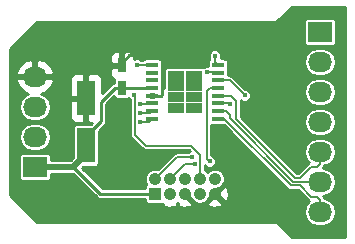
<source format=gtl>
G04 #@! TF.FileFunction,Copper,L1,Top,Signal*
%FSLAX46Y46*%
G04 Gerber Fmt 4.6, Leading zero omitted, Abs format (unit mm)*
G04 Created by KiCad (PCBNEW (2016-11-25 revision 30df041)-master) date Sun Nov 27 00:56:35 2016*
%MOMM*%
%LPD*%
G01*
G04 APERTURE LIST*
%ADD10C,0.100000*%
%ADD11R,1.501140X2.999740*%
%ADD12R,0.750000X1.200000*%
%ADD13O,2.032000X1.727200*%
%ADD14R,2.032000X1.727200*%
%ADD15R,1.050000X0.450000*%
%ADD16R,1.470000X0.895000*%
%ADD17C,1.050000*%
%ADD18R,1.050000X1.050000*%
%ADD19C,0.800000*%
%ADD20C,0.400000*%
%ADD21C,0.250000*%
%ADD22C,0.500000*%
%ADD23C,0.152400*%
%ADD24C,0.254000*%
G04 APERTURE END LIST*
D10*
D11*
X140208000Y-99601020D03*
X140208000Y-103598980D03*
D12*
X143256000Y-98740000D03*
X143256000Y-96840000D03*
D13*
X160020000Y-109220000D03*
X160020000Y-106680000D03*
X160020000Y-104140000D03*
X160020000Y-101600000D03*
X160020000Y-99060000D03*
X160020000Y-96520000D03*
D14*
X160020000Y-93980000D03*
X135890000Y-105410000D03*
D13*
X135890000Y-102870000D03*
X135890000Y-100330000D03*
X135890000Y-97790000D03*
D15*
X151365000Y-101335000D03*
X151365000Y-100685000D03*
X151365000Y-100035000D03*
X151365000Y-99385000D03*
X151365000Y-98735000D03*
X151365000Y-98085000D03*
X151365000Y-97435000D03*
X151365000Y-96785000D03*
X145815000Y-96785000D03*
X145815000Y-97435000D03*
X145815000Y-98085000D03*
X145815000Y-98735000D03*
X145815000Y-99385000D03*
X145815000Y-100035000D03*
X145815000Y-100685000D03*
X145815000Y-101335000D03*
D16*
X147855000Y-97717500D03*
X147855000Y-98612500D03*
X147855000Y-99507500D03*
X147855000Y-100402500D03*
X149325000Y-97717500D03*
X149325000Y-98612500D03*
X149325000Y-99507500D03*
X149325000Y-100402500D03*
D17*
X146050000Y-106426000D03*
X151130000Y-106426000D03*
X149860000Y-106426000D03*
X148590000Y-106426000D03*
X147320000Y-106426000D03*
X151130000Y-107696000D03*
X149860000Y-107696000D03*
X148590000Y-107696000D03*
X147320000Y-107696000D03*
D18*
X146050000Y-107696000D03*
D19*
X142747996Y-100520500D03*
D20*
X144272000Y-99314000D03*
X144526000Y-96774000D03*
X144780000Y-100076000D03*
X144780000Y-100838000D03*
X144780000Y-101600000D03*
X151130000Y-96012000D03*
X150460002Y-97409000D03*
X149161500Y-104584500D03*
X153670000Y-99377500D03*
X150685500Y-104965500D03*
X149415500Y-105156000D03*
X152400000Y-100076000D03*
D21*
X145815000Y-99385000D02*
X146590000Y-99385000D01*
X146590000Y-99385000D02*
X146665001Y-99309999D01*
X143256000Y-96615000D02*
X143256000Y-96840000D01*
X146665001Y-99309999D02*
X146665001Y-96299999D01*
X146665001Y-96299999D02*
X146355002Y-95990000D01*
X146355002Y-95990000D02*
X143881000Y-95990000D01*
X143881000Y-95990000D02*
X143256000Y-96615000D01*
X143256000Y-98740000D02*
X145810000Y-98740000D01*
X145810000Y-98740000D02*
X145815000Y-98735000D01*
X146050000Y-107696000D02*
X141432280Y-107696000D01*
X141432280Y-107696000D02*
X139146280Y-105410000D01*
D22*
X139146280Y-105410000D02*
X135890000Y-105410000D01*
X140208000Y-103598980D02*
X140208000Y-104348280D01*
X140208000Y-104348280D02*
X139146280Y-105410000D01*
D21*
X141478000Y-99893000D02*
X141478000Y-101579680D01*
X141478000Y-101579680D02*
X140208000Y-102849680D01*
X140208000Y-102849680D02*
X140208000Y-103598980D01*
X143256000Y-98740000D02*
X142631000Y-98740000D01*
X142631000Y-98740000D02*
X141478000Y-99893000D01*
D23*
X145288000Y-103632000D02*
X144351399Y-102695399D01*
X144351399Y-102695399D02*
X144351399Y-99393399D01*
X144351399Y-99393399D02*
X144272000Y-99314000D01*
X149098000Y-103632000D02*
X145288000Y-103632000D01*
X149860000Y-104394000D02*
X149098000Y-103632000D01*
X149860000Y-106426000D02*
X149860000Y-104394000D01*
X144526000Y-96774000D02*
X145804000Y-96774000D01*
X145804000Y-96774000D02*
X145815000Y-96785000D01*
X144780000Y-100076000D02*
X145774000Y-100076000D01*
X145774000Y-100076000D02*
X145815000Y-100035000D01*
X144780000Y-100838000D02*
X145662000Y-100838000D01*
X145662000Y-100838000D02*
X145815000Y-100685000D01*
X144780000Y-101600000D02*
X145550000Y-101600000D01*
X145550000Y-101600000D02*
X145815000Y-101335000D01*
X157937190Y-106375190D02*
X152955601Y-101393601D01*
X152470330Y-99385000D02*
X152042400Y-99385000D01*
X152042400Y-99385000D02*
X151365000Y-99385000D01*
X152955601Y-101393601D02*
X152955601Y-99870271D01*
X152955601Y-99870271D02*
X152470330Y-99385000D01*
X158292810Y-106375190D02*
X157937190Y-106375190D01*
X159766000Y-105410000D02*
X159258000Y-105410000D01*
X159258000Y-105410000D02*
X158292810Y-106375190D01*
X160020000Y-104140000D02*
X160020000Y-105156000D01*
X160020000Y-105156000D02*
X159766000Y-105410000D01*
X152400000Y-101321334D02*
X152400000Y-101042600D01*
X152400000Y-101042600D02*
X152042400Y-100685000D01*
X152042400Y-100685000D02*
X151365000Y-100685000D01*
X157758666Y-106680000D02*
X152400000Y-101321334D01*
X160020000Y-106680000D02*
X157758666Y-106680000D01*
X160020000Y-109220000D02*
X160020000Y-108204000D01*
X160020000Y-108204000D02*
X159766000Y-107950000D01*
X159766000Y-107950000D02*
X159258000Y-107950000D01*
X159258000Y-107950000D02*
X158292810Y-106984810D01*
X158292810Y-106984810D02*
X157530809Y-106984809D01*
X157530809Y-106984809D02*
X151892000Y-101346000D01*
X151892000Y-101346000D02*
X151376000Y-101346000D01*
X151376000Y-101346000D02*
X151365000Y-101335000D01*
X151130000Y-96012000D02*
X151130000Y-96550000D01*
X151130000Y-96550000D02*
X151365000Y-96785000D01*
X150460002Y-97409000D02*
X151339000Y-97409000D01*
X151339000Y-97409000D02*
X151365000Y-97435000D01*
X148878658Y-104584500D02*
X149161500Y-104584500D01*
X147891500Y-104584500D02*
X148878658Y-104584500D01*
X146050000Y-106426000D02*
X147891500Y-104584500D01*
X153470001Y-99177501D02*
X153670000Y-99377500D01*
X152377500Y-98085000D02*
X153470001Y-99177501D01*
X151365000Y-98085000D02*
X152377500Y-98085000D01*
X150485501Y-104765501D02*
X150685500Y-104965500D01*
X150422001Y-104702001D02*
X150485501Y-104765501D01*
X150422001Y-99000599D02*
X150422001Y-104702001D01*
X150687600Y-98735000D02*
X150422001Y-99000599D01*
X151365000Y-98735000D02*
X150687600Y-98735000D01*
X149132658Y-105156000D02*
X149415500Y-105156000D01*
X147320000Y-106426000D02*
X148590000Y-105156000D01*
X148590000Y-105156000D02*
X149132658Y-105156000D01*
X151365000Y-100035000D02*
X152359000Y-100035000D01*
X152359000Y-100035000D02*
X152400000Y-100076000D01*
D24*
G36*
X162133000Y-111333000D02*
X157656869Y-111333000D01*
X156511935Y-110188065D01*
X156373406Y-110095503D01*
X156210000Y-110062999D01*
X156209995Y-110063000D01*
X136066869Y-110063000D01*
X133777000Y-107773130D01*
X133777000Y-104546400D01*
X134540594Y-104546400D01*
X134540594Y-106273600D01*
X134565973Y-106401189D01*
X134638246Y-106509354D01*
X134746411Y-106581627D01*
X134874000Y-106607006D01*
X136906000Y-106607006D01*
X137033589Y-106581627D01*
X137141754Y-106509354D01*
X137214027Y-106401189D01*
X137239406Y-106273600D01*
X137239406Y-105987000D01*
X139084056Y-105987000D01*
X141112668Y-108015612D01*
X141259307Y-108113594D01*
X141432280Y-108148000D01*
X145191594Y-108148000D01*
X145191594Y-108221000D01*
X145216973Y-108348589D01*
X145289246Y-108456754D01*
X145397411Y-108529027D01*
X145525000Y-108554406D01*
X146509298Y-108554406D01*
X146575250Y-108620358D01*
X146657640Y-108537968D01*
X146696146Y-108530309D01*
X146731575Y-108721962D01*
X147168985Y-108869046D01*
X147629386Y-108837543D01*
X147908425Y-108721962D01*
X147945794Y-108519814D01*
X147955000Y-108510608D01*
X147964206Y-108519814D01*
X148001575Y-108721962D01*
X148438985Y-108869046D01*
X148899386Y-108837543D01*
X149178425Y-108721962D01*
X149218667Y-108504273D01*
X148590000Y-107875605D01*
X148575858Y-107889748D01*
X148490102Y-107803992D01*
X148476270Y-107601840D01*
X148575858Y-107502253D01*
X148590000Y-107516395D01*
X148604142Y-107502252D01*
X148783748Y-107681858D01*
X148769605Y-107696000D01*
X149056801Y-107983195D01*
X149137288Y-108177989D01*
X149376750Y-108417870D01*
X149689783Y-108547852D01*
X150028730Y-108548148D01*
X150134915Y-108504273D01*
X150501333Y-108504273D01*
X150541575Y-108721962D01*
X150978985Y-108869046D01*
X151439386Y-108837543D01*
X151718425Y-108721962D01*
X151758667Y-108504273D01*
X151130000Y-107875605D01*
X150501333Y-108504273D01*
X150134915Y-108504273D01*
X150341989Y-108418712D01*
X150581870Y-108179250D01*
X150663335Y-107983060D01*
X150950395Y-107696000D01*
X151309605Y-107696000D01*
X151938273Y-108324667D01*
X152155962Y-108284425D01*
X152303046Y-107847015D01*
X152271543Y-107386614D01*
X152155962Y-107107575D01*
X151938273Y-107067333D01*
X151309605Y-107696000D01*
X150950395Y-107696000D01*
X150936252Y-107681858D01*
X151115858Y-107502253D01*
X151130000Y-107516395D01*
X151417195Y-107229199D01*
X151611989Y-107148712D01*
X151851870Y-106909250D01*
X151981852Y-106596217D01*
X151982148Y-106257270D01*
X151852712Y-105944011D01*
X151613250Y-105704130D01*
X151300217Y-105574148D01*
X150961270Y-105573852D01*
X150648011Y-105703288D01*
X150494943Y-105856089D01*
X150343250Y-105704130D01*
X150263200Y-105670891D01*
X150263200Y-105288405D01*
X150386588Y-105412009D01*
X150580213Y-105492409D01*
X150789867Y-105492592D01*
X150983632Y-105412530D01*
X151132009Y-105264412D01*
X151212409Y-105070787D01*
X151212592Y-104861133D01*
X151132530Y-104667368D01*
X150984412Y-104518991D01*
X150825201Y-104452881D01*
X150825201Y-101890462D01*
X150840000Y-101893406D01*
X151869196Y-101893406D01*
X157245703Y-107269914D01*
X157376511Y-107357317D01*
X157530808Y-107388009D01*
X158125800Y-107388010D01*
X158972895Y-108235106D01*
X159093169Y-108315470D01*
X158999408Y-108378119D01*
X158741318Y-108764377D01*
X158650689Y-109220000D01*
X158741318Y-109675623D01*
X158999408Y-110061881D01*
X159385666Y-110319971D01*
X159841289Y-110410600D01*
X160198711Y-110410600D01*
X160654334Y-110319971D01*
X161040592Y-110061881D01*
X161298682Y-109675623D01*
X161389311Y-109220000D01*
X161298682Y-108764377D01*
X161040592Y-108378119D01*
X160654334Y-108120029D01*
X160396287Y-108068700D01*
X160392508Y-108049702D01*
X160325889Y-107950000D01*
X160305105Y-107918894D01*
X160247171Y-107860961D01*
X160654334Y-107779971D01*
X161040592Y-107521881D01*
X161298682Y-107135623D01*
X161389311Y-106680000D01*
X161298682Y-106224377D01*
X161040592Y-105838119D01*
X160654334Y-105580029D01*
X160247171Y-105499039D01*
X160305105Y-105441106D01*
X160392508Y-105310298D01*
X160396287Y-105291300D01*
X160654334Y-105239971D01*
X161040592Y-104981881D01*
X161298682Y-104595623D01*
X161389311Y-104140000D01*
X161298682Y-103684377D01*
X161040592Y-103298119D01*
X160654334Y-103040029D01*
X160198711Y-102949400D01*
X159841289Y-102949400D01*
X159385666Y-103040029D01*
X158999408Y-103298119D01*
X158741318Y-103684377D01*
X158650689Y-104140000D01*
X158741318Y-104595623D01*
X158999408Y-104981881D01*
X159093169Y-105044530D01*
X158972895Y-105124894D01*
X158125800Y-105971990D01*
X158104201Y-105971990D01*
X153732211Y-101600000D01*
X158650689Y-101600000D01*
X158741318Y-102055623D01*
X158999408Y-102441881D01*
X159385666Y-102699971D01*
X159841289Y-102790600D01*
X160198711Y-102790600D01*
X160654334Y-102699971D01*
X161040592Y-102441881D01*
X161298682Y-102055623D01*
X161389311Y-101600000D01*
X161298682Y-101144377D01*
X161040592Y-100758119D01*
X160654334Y-100500029D01*
X160198711Y-100409400D01*
X159841289Y-100409400D01*
X159385666Y-100500029D01*
X158999408Y-100758119D01*
X158741318Y-101144377D01*
X158650689Y-101600000D01*
X153732211Y-101600000D01*
X153358801Y-101226591D01*
X153358801Y-99870271D01*
X153344251Y-99797125D01*
X153371088Y-99824009D01*
X153564713Y-99904409D01*
X153774367Y-99904592D01*
X153968132Y-99824530D01*
X154116509Y-99676412D01*
X154196909Y-99482787D01*
X154197092Y-99273133D01*
X154117030Y-99079368D01*
X154097696Y-99060000D01*
X158650689Y-99060000D01*
X158741318Y-99515623D01*
X158999408Y-99901881D01*
X159385666Y-100159971D01*
X159841289Y-100250600D01*
X160198711Y-100250600D01*
X160654334Y-100159971D01*
X161040592Y-99901881D01*
X161298682Y-99515623D01*
X161389311Y-99060000D01*
X161298682Y-98604377D01*
X161040592Y-98218119D01*
X160654334Y-97960029D01*
X160198711Y-97869400D01*
X159841289Y-97869400D01*
X159385666Y-97960029D01*
X158999408Y-98218119D01*
X158741318Y-98604377D01*
X158650689Y-99060000D01*
X154097696Y-99060000D01*
X153968912Y-98930991D01*
X153775287Y-98850591D01*
X153713248Y-98850537D01*
X152662605Y-97799895D01*
X152531798Y-97712492D01*
X152522286Y-97710600D01*
X152377500Y-97681800D01*
X152219070Y-97681800D01*
X152223406Y-97660000D01*
X152223406Y-97210000D01*
X152203515Y-97110000D01*
X152223406Y-97010000D01*
X152223406Y-96560000D01*
X152215450Y-96520000D01*
X158650689Y-96520000D01*
X158741318Y-96975623D01*
X158999408Y-97361881D01*
X159385666Y-97619971D01*
X159841289Y-97710600D01*
X160198711Y-97710600D01*
X160654334Y-97619971D01*
X161040592Y-97361881D01*
X161298682Y-96975623D01*
X161389311Y-96520000D01*
X161298682Y-96064377D01*
X161040592Y-95678119D01*
X160654334Y-95420029D01*
X160198711Y-95329400D01*
X159841289Y-95329400D01*
X159385666Y-95420029D01*
X158999408Y-95678119D01*
X158741318Y-96064377D01*
X158650689Y-96520000D01*
X152215450Y-96520000D01*
X152198027Y-96432411D01*
X152125754Y-96324246D01*
X152017589Y-96251973D01*
X151890000Y-96226594D01*
X151611521Y-96226594D01*
X151656909Y-96117287D01*
X151657092Y-95907633D01*
X151577030Y-95713868D01*
X151428912Y-95565491D01*
X151235287Y-95485091D01*
X151025633Y-95484908D01*
X150831868Y-95564970D01*
X150683491Y-95713088D01*
X150603091Y-95906713D01*
X150602908Y-96116367D01*
X150670508Y-96279972D01*
X150604246Y-96324246D01*
X150531973Y-96432411D01*
X150506594Y-96560000D01*
X150506594Y-96882040D01*
X150355635Y-96881908D01*
X150170223Y-96958519D01*
X150060000Y-96936594D01*
X147120000Y-96936594D01*
X146992411Y-96961973D01*
X146884246Y-97034246D01*
X146811973Y-97142411D01*
X146786594Y-97270000D01*
X146786594Y-98708569D01*
X146699698Y-98621673D01*
X146673406Y-98610782D01*
X146673406Y-98510000D01*
X146653515Y-98410000D01*
X146673406Y-98310000D01*
X146673406Y-97860000D01*
X146653515Y-97760000D01*
X146673406Y-97660000D01*
X146673406Y-97210000D01*
X146653515Y-97110000D01*
X146673406Y-97010000D01*
X146673406Y-96560000D01*
X146648027Y-96432411D01*
X146575754Y-96324246D01*
X146467589Y-96251973D01*
X146340000Y-96226594D01*
X145290000Y-96226594D01*
X145162411Y-96251973D01*
X145054246Y-96324246D01*
X145023140Y-96370800D01*
X144868145Y-96370800D01*
X144824912Y-96327491D01*
X144631287Y-96247091D01*
X144421633Y-96246908D01*
X144266000Y-96311214D01*
X144266000Y-96113691D01*
X144169327Y-95880302D01*
X143990699Y-95701673D01*
X143757310Y-95605000D01*
X143541750Y-95605000D01*
X143383000Y-95763750D01*
X143383000Y-96713000D01*
X143403000Y-96713000D01*
X143403000Y-96967000D01*
X143383000Y-96967000D01*
X143383000Y-96987000D01*
X143129000Y-96987000D01*
X143129000Y-96967000D01*
X142404750Y-96967000D01*
X142246000Y-97125750D01*
X142246000Y-97566309D01*
X142342673Y-97799698D01*
X142521301Y-97978327D01*
X142579609Y-98002479D01*
X142572973Y-98012411D01*
X142547594Y-98140000D01*
X142547594Y-98304590D01*
X142458027Y-98322406D01*
X142311388Y-98420388D01*
X141593570Y-99138206D01*
X141593570Y-97974841D01*
X141496897Y-97741452D01*
X141318269Y-97562823D01*
X141084880Y-97466150D01*
X140493750Y-97466150D01*
X140335000Y-97624900D01*
X140335000Y-99474020D01*
X140355000Y-99474020D01*
X140355000Y-99728020D01*
X140335000Y-99728020D01*
X140335000Y-101577140D01*
X140493750Y-101735890D01*
X140682566Y-101735890D01*
X140652752Y-101765704D01*
X139457430Y-101765704D01*
X139329841Y-101791083D01*
X139221676Y-101863356D01*
X139149403Y-101971521D01*
X139124024Y-102099110D01*
X139124024Y-104616254D01*
X138907278Y-104833000D01*
X137239406Y-104833000D01*
X137239406Y-104546400D01*
X137214027Y-104418811D01*
X137141754Y-104310646D01*
X137033589Y-104238373D01*
X136906000Y-104212994D01*
X134874000Y-104212994D01*
X134746411Y-104238373D01*
X134638246Y-104310646D01*
X134565973Y-104418811D01*
X134540594Y-104546400D01*
X133777000Y-104546400D01*
X133777000Y-102870000D01*
X134520689Y-102870000D01*
X134611318Y-103325623D01*
X134869408Y-103711881D01*
X135255666Y-103969971D01*
X135711289Y-104060600D01*
X136068711Y-104060600D01*
X136524334Y-103969971D01*
X136910592Y-103711881D01*
X137168682Y-103325623D01*
X137259311Y-102870000D01*
X137168682Y-102414377D01*
X136910592Y-102028119D01*
X136524334Y-101770029D01*
X136068711Y-101679400D01*
X135711289Y-101679400D01*
X135255666Y-101770029D01*
X134869408Y-102028119D01*
X134611318Y-102414377D01*
X134520689Y-102870000D01*
X133777000Y-102870000D01*
X133777000Y-98149026D01*
X134282642Y-98149026D01*
X134285291Y-98164791D01*
X134539268Y-98692036D01*
X134975680Y-99081954D01*
X135347039Y-99211854D01*
X135255666Y-99230029D01*
X134869408Y-99488119D01*
X134611318Y-99874377D01*
X134520689Y-100330000D01*
X134611318Y-100785623D01*
X134869408Y-101171881D01*
X135255666Y-101429971D01*
X135711289Y-101520600D01*
X136068711Y-101520600D01*
X136524334Y-101429971D01*
X136910592Y-101171881D01*
X137168682Y-100785623D01*
X137259311Y-100330000D01*
X137171148Y-99886770D01*
X138822430Y-99886770D01*
X138822430Y-101227199D01*
X138919103Y-101460588D01*
X139097731Y-101639217D01*
X139331120Y-101735890D01*
X139922250Y-101735890D01*
X140081000Y-101577140D01*
X140081000Y-99728020D01*
X138981180Y-99728020D01*
X138822430Y-99886770D01*
X137171148Y-99886770D01*
X137168682Y-99874377D01*
X136910592Y-99488119D01*
X136524334Y-99230029D01*
X136432961Y-99211854D01*
X136804320Y-99081954D01*
X137240732Y-98692036D01*
X137494709Y-98164791D01*
X137497358Y-98149026D01*
X137406416Y-97974841D01*
X138822430Y-97974841D01*
X138822430Y-99315270D01*
X138981180Y-99474020D01*
X140081000Y-99474020D01*
X140081000Y-97624900D01*
X139922250Y-97466150D01*
X139331120Y-97466150D01*
X139097731Y-97562823D01*
X138919103Y-97741452D01*
X138822430Y-97974841D01*
X137406416Y-97974841D01*
X137376217Y-97917000D01*
X136017000Y-97917000D01*
X136017000Y-97937000D01*
X135763000Y-97937000D01*
X135763000Y-97917000D01*
X134403783Y-97917000D01*
X134282642Y-98149026D01*
X133777000Y-98149026D01*
X133777000Y-97430974D01*
X134282642Y-97430974D01*
X134403783Y-97663000D01*
X135763000Y-97663000D01*
X135763000Y-96449076D01*
X136017000Y-96449076D01*
X136017000Y-97663000D01*
X137376217Y-97663000D01*
X137497358Y-97430974D01*
X137494709Y-97415209D01*
X137240732Y-96887964D01*
X136804320Y-96498046D01*
X136251913Y-96304816D01*
X136017000Y-96449076D01*
X135763000Y-96449076D01*
X135528087Y-96304816D01*
X134975680Y-96498046D01*
X134539268Y-96887964D01*
X134285291Y-97415209D01*
X134282642Y-97430974D01*
X133777000Y-97430974D01*
X133777000Y-96113691D01*
X142246000Y-96113691D01*
X142246000Y-96554250D01*
X142404750Y-96713000D01*
X143129000Y-96713000D01*
X143129000Y-95763750D01*
X142970250Y-95605000D01*
X142754690Y-95605000D01*
X142521301Y-95701673D01*
X142342673Y-95880302D01*
X142246000Y-96113691D01*
X133777000Y-96113691D01*
X133777000Y-95426870D01*
X136066869Y-93137000D01*
X156209995Y-93137000D01*
X156210000Y-93137001D01*
X156313566Y-93116400D01*
X158670594Y-93116400D01*
X158670594Y-94843600D01*
X158695973Y-94971189D01*
X158768246Y-95079354D01*
X158876411Y-95151627D01*
X159004000Y-95177006D01*
X161036000Y-95177006D01*
X161163589Y-95151627D01*
X161271754Y-95079354D01*
X161344027Y-94971189D01*
X161369406Y-94843600D01*
X161369406Y-93116400D01*
X161344027Y-92988811D01*
X161271754Y-92880646D01*
X161163589Y-92808373D01*
X161036000Y-92782994D01*
X159004000Y-92782994D01*
X158876411Y-92808373D01*
X158768246Y-92880646D01*
X158695973Y-92988811D01*
X158670594Y-93116400D01*
X156313566Y-93116400D01*
X156373406Y-93104497D01*
X156511935Y-93011935D01*
X157656869Y-91867000D01*
X162133000Y-91867000D01*
X162133000Y-111333000D01*
X162133000Y-111333000D01*
G37*
X162133000Y-111333000D02*
X157656869Y-111333000D01*
X156511935Y-110188065D01*
X156373406Y-110095503D01*
X156210000Y-110062999D01*
X156209995Y-110063000D01*
X136066869Y-110063000D01*
X133777000Y-107773130D01*
X133777000Y-104546400D01*
X134540594Y-104546400D01*
X134540594Y-106273600D01*
X134565973Y-106401189D01*
X134638246Y-106509354D01*
X134746411Y-106581627D01*
X134874000Y-106607006D01*
X136906000Y-106607006D01*
X137033589Y-106581627D01*
X137141754Y-106509354D01*
X137214027Y-106401189D01*
X137239406Y-106273600D01*
X137239406Y-105987000D01*
X139084056Y-105987000D01*
X141112668Y-108015612D01*
X141259307Y-108113594D01*
X141432280Y-108148000D01*
X145191594Y-108148000D01*
X145191594Y-108221000D01*
X145216973Y-108348589D01*
X145289246Y-108456754D01*
X145397411Y-108529027D01*
X145525000Y-108554406D01*
X146509298Y-108554406D01*
X146575250Y-108620358D01*
X146657640Y-108537968D01*
X146696146Y-108530309D01*
X146731575Y-108721962D01*
X147168985Y-108869046D01*
X147629386Y-108837543D01*
X147908425Y-108721962D01*
X147945794Y-108519814D01*
X147955000Y-108510608D01*
X147964206Y-108519814D01*
X148001575Y-108721962D01*
X148438985Y-108869046D01*
X148899386Y-108837543D01*
X149178425Y-108721962D01*
X149218667Y-108504273D01*
X148590000Y-107875605D01*
X148575858Y-107889748D01*
X148490102Y-107803992D01*
X148476270Y-107601840D01*
X148575858Y-107502253D01*
X148590000Y-107516395D01*
X148604142Y-107502252D01*
X148783748Y-107681858D01*
X148769605Y-107696000D01*
X149056801Y-107983195D01*
X149137288Y-108177989D01*
X149376750Y-108417870D01*
X149689783Y-108547852D01*
X150028730Y-108548148D01*
X150134915Y-108504273D01*
X150501333Y-108504273D01*
X150541575Y-108721962D01*
X150978985Y-108869046D01*
X151439386Y-108837543D01*
X151718425Y-108721962D01*
X151758667Y-108504273D01*
X151130000Y-107875605D01*
X150501333Y-108504273D01*
X150134915Y-108504273D01*
X150341989Y-108418712D01*
X150581870Y-108179250D01*
X150663335Y-107983060D01*
X150950395Y-107696000D01*
X151309605Y-107696000D01*
X151938273Y-108324667D01*
X152155962Y-108284425D01*
X152303046Y-107847015D01*
X152271543Y-107386614D01*
X152155962Y-107107575D01*
X151938273Y-107067333D01*
X151309605Y-107696000D01*
X150950395Y-107696000D01*
X150936252Y-107681858D01*
X151115858Y-107502253D01*
X151130000Y-107516395D01*
X151417195Y-107229199D01*
X151611989Y-107148712D01*
X151851870Y-106909250D01*
X151981852Y-106596217D01*
X151982148Y-106257270D01*
X151852712Y-105944011D01*
X151613250Y-105704130D01*
X151300217Y-105574148D01*
X150961270Y-105573852D01*
X150648011Y-105703288D01*
X150494943Y-105856089D01*
X150343250Y-105704130D01*
X150263200Y-105670891D01*
X150263200Y-105288405D01*
X150386588Y-105412009D01*
X150580213Y-105492409D01*
X150789867Y-105492592D01*
X150983632Y-105412530D01*
X151132009Y-105264412D01*
X151212409Y-105070787D01*
X151212592Y-104861133D01*
X151132530Y-104667368D01*
X150984412Y-104518991D01*
X150825201Y-104452881D01*
X150825201Y-101890462D01*
X150840000Y-101893406D01*
X151869196Y-101893406D01*
X157245703Y-107269914D01*
X157376511Y-107357317D01*
X157530808Y-107388009D01*
X158125800Y-107388010D01*
X158972895Y-108235106D01*
X159093169Y-108315470D01*
X158999408Y-108378119D01*
X158741318Y-108764377D01*
X158650689Y-109220000D01*
X158741318Y-109675623D01*
X158999408Y-110061881D01*
X159385666Y-110319971D01*
X159841289Y-110410600D01*
X160198711Y-110410600D01*
X160654334Y-110319971D01*
X161040592Y-110061881D01*
X161298682Y-109675623D01*
X161389311Y-109220000D01*
X161298682Y-108764377D01*
X161040592Y-108378119D01*
X160654334Y-108120029D01*
X160396287Y-108068700D01*
X160392508Y-108049702D01*
X160325889Y-107950000D01*
X160305105Y-107918894D01*
X160247171Y-107860961D01*
X160654334Y-107779971D01*
X161040592Y-107521881D01*
X161298682Y-107135623D01*
X161389311Y-106680000D01*
X161298682Y-106224377D01*
X161040592Y-105838119D01*
X160654334Y-105580029D01*
X160247171Y-105499039D01*
X160305105Y-105441106D01*
X160392508Y-105310298D01*
X160396287Y-105291300D01*
X160654334Y-105239971D01*
X161040592Y-104981881D01*
X161298682Y-104595623D01*
X161389311Y-104140000D01*
X161298682Y-103684377D01*
X161040592Y-103298119D01*
X160654334Y-103040029D01*
X160198711Y-102949400D01*
X159841289Y-102949400D01*
X159385666Y-103040029D01*
X158999408Y-103298119D01*
X158741318Y-103684377D01*
X158650689Y-104140000D01*
X158741318Y-104595623D01*
X158999408Y-104981881D01*
X159093169Y-105044530D01*
X158972895Y-105124894D01*
X158125800Y-105971990D01*
X158104201Y-105971990D01*
X153732211Y-101600000D01*
X158650689Y-101600000D01*
X158741318Y-102055623D01*
X158999408Y-102441881D01*
X159385666Y-102699971D01*
X159841289Y-102790600D01*
X160198711Y-102790600D01*
X160654334Y-102699971D01*
X161040592Y-102441881D01*
X161298682Y-102055623D01*
X161389311Y-101600000D01*
X161298682Y-101144377D01*
X161040592Y-100758119D01*
X160654334Y-100500029D01*
X160198711Y-100409400D01*
X159841289Y-100409400D01*
X159385666Y-100500029D01*
X158999408Y-100758119D01*
X158741318Y-101144377D01*
X158650689Y-101600000D01*
X153732211Y-101600000D01*
X153358801Y-101226591D01*
X153358801Y-99870271D01*
X153344251Y-99797125D01*
X153371088Y-99824009D01*
X153564713Y-99904409D01*
X153774367Y-99904592D01*
X153968132Y-99824530D01*
X154116509Y-99676412D01*
X154196909Y-99482787D01*
X154197092Y-99273133D01*
X154117030Y-99079368D01*
X154097696Y-99060000D01*
X158650689Y-99060000D01*
X158741318Y-99515623D01*
X158999408Y-99901881D01*
X159385666Y-100159971D01*
X159841289Y-100250600D01*
X160198711Y-100250600D01*
X160654334Y-100159971D01*
X161040592Y-99901881D01*
X161298682Y-99515623D01*
X161389311Y-99060000D01*
X161298682Y-98604377D01*
X161040592Y-98218119D01*
X160654334Y-97960029D01*
X160198711Y-97869400D01*
X159841289Y-97869400D01*
X159385666Y-97960029D01*
X158999408Y-98218119D01*
X158741318Y-98604377D01*
X158650689Y-99060000D01*
X154097696Y-99060000D01*
X153968912Y-98930991D01*
X153775287Y-98850591D01*
X153713248Y-98850537D01*
X152662605Y-97799895D01*
X152531798Y-97712492D01*
X152522286Y-97710600D01*
X152377500Y-97681800D01*
X152219070Y-97681800D01*
X152223406Y-97660000D01*
X152223406Y-97210000D01*
X152203515Y-97110000D01*
X152223406Y-97010000D01*
X152223406Y-96560000D01*
X152215450Y-96520000D01*
X158650689Y-96520000D01*
X158741318Y-96975623D01*
X158999408Y-97361881D01*
X159385666Y-97619971D01*
X159841289Y-97710600D01*
X160198711Y-97710600D01*
X160654334Y-97619971D01*
X161040592Y-97361881D01*
X161298682Y-96975623D01*
X161389311Y-96520000D01*
X161298682Y-96064377D01*
X161040592Y-95678119D01*
X160654334Y-95420029D01*
X160198711Y-95329400D01*
X159841289Y-95329400D01*
X159385666Y-95420029D01*
X158999408Y-95678119D01*
X158741318Y-96064377D01*
X158650689Y-96520000D01*
X152215450Y-96520000D01*
X152198027Y-96432411D01*
X152125754Y-96324246D01*
X152017589Y-96251973D01*
X151890000Y-96226594D01*
X151611521Y-96226594D01*
X151656909Y-96117287D01*
X151657092Y-95907633D01*
X151577030Y-95713868D01*
X151428912Y-95565491D01*
X151235287Y-95485091D01*
X151025633Y-95484908D01*
X150831868Y-95564970D01*
X150683491Y-95713088D01*
X150603091Y-95906713D01*
X150602908Y-96116367D01*
X150670508Y-96279972D01*
X150604246Y-96324246D01*
X150531973Y-96432411D01*
X150506594Y-96560000D01*
X150506594Y-96882040D01*
X150355635Y-96881908D01*
X150170223Y-96958519D01*
X150060000Y-96936594D01*
X147120000Y-96936594D01*
X146992411Y-96961973D01*
X146884246Y-97034246D01*
X146811973Y-97142411D01*
X146786594Y-97270000D01*
X146786594Y-98708569D01*
X146699698Y-98621673D01*
X146673406Y-98610782D01*
X146673406Y-98510000D01*
X146653515Y-98410000D01*
X146673406Y-98310000D01*
X146673406Y-97860000D01*
X146653515Y-97760000D01*
X146673406Y-97660000D01*
X146673406Y-97210000D01*
X146653515Y-97110000D01*
X146673406Y-97010000D01*
X146673406Y-96560000D01*
X146648027Y-96432411D01*
X146575754Y-96324246D01*
X146467589Y-96251973D01*
X146340000Y-96226594D01*
X145290000Y-96226594D01*
X145162411Y-96251973D01*
X145054246Y-96324246D01*
X145023140Y-96370800D01*
X144868145Y-96370800D01*
X144824912Y-96327491D01*
X144631287Y-96247091D01*
X144421633Y-96246908D01*
X144266000Y-96311214D01*
X144266000Y-96113691D01*
X144169327Y-95880302D01*
X143990699Y-95701673D01*
X143757310Y-95605000D01*
X143541750Y-95605000D01*
X143383000Y-95763750D01*
X143383000Y-96713000D01*
X143403000Y-96713000D01*
X143403000Y-96967000D01*
X143383000Y-96967000D01*
X143383000Y-96987000D01*
X143129000Y-96987000D01*
X143129000Y-96967000D01*
X142404750Y-96967000D01*
X142246000Y-97125750D01*
X142246000Y-97566309D01*
X142342673Y-97799698D01*
X142521301Y-97978327D01*
X142579609Y-98002479D01*
X142572973Y-98012411D01*
X142547594Y-98140000D01*
X142547594Y-98304590D01*
X142458027Y-98322406D01*
X142311388Y-98420388D01*
X141593570Y-99138206D01*
X141593570Y-97974841D01*
X141496897Y-97741452D01*
X141318269Y-97562823D01*
X141084880Y-97466150D01*
X140493750Y-97466150D01*
X140335000Y-97624900D01*
X140335000Y-99474020D01*
X140355000Y-99474020D01*
X140355000Y-99728020D01*
X140335000Y-99728020D01*
X140335000Y-101577140D01*
X140493750Y-101735890D01*
X140682566Y-101735890D01*
X140652752Y-101765704D01*
X139457430Y-101765704D01*
X139329841Y-101791083D01*
X139221676Y-101863356D01*
X139149403Y-101971521D01*
X139124024Y-102099110D01*
X139124024Y-104616254D01*
X138907278Y-104833000D01*
X137239406Y-104833000D01*
X137239406Y-104546400D01*
X137214027Y-104418811D01*
X137141754Y-104310646D01*
X137033589Y-104238373D01*
X136906000Y-104212994D01*
X134874000Y-104212994D01*
X134746411Y-104238373D01*
X134638246Y-104310646D01*
X134565973Y-104418811D01*
X134540594Y-104546400D01*
X133777000Y-104546400D01*
X133777000Y-102870000D01*
X134520689Y-102870000D01*
X134611318Y-103325623D01*
X134869408Y-103711881D01*
X135255666Y-103969971D01*
X135711289Y-104060600D01*
X136068711Y-104060600D01*
X136524334Y-103969971D01*
X136910592Y-103711881D01*
X137168682Y-103325623D01*
X137259311Y-102870000D01*
X137168682Y-102414377D01*
X136910592Y-102028119D01*
X136524334Y-101770029D01*
X136068711Y-101679400D01*
X135711289Y-101679400D01*
X135255666Y-101770029D01*
X134869408Y-102028119D01*
X134611318Y-102414377D01*
X134520689Y-102870000D01*
X133777000Y-102870000D01*
X133777000Y-98149026D01*
X134282642Y-98149026D01*
X134285291Y-98164791D01*
X134539268Y-98692036D01*
X134975680Y-99081954D01*
X135347039Y-99211854D01*
X135255666Y-99230029D01*
X134869408Y-99488119D01*
X134611318Y-99874377D01*
X134520689Y-100330000D01*
X134611318Y-100785623D01*
X134869408Y-101171881D01*
X135255666Y-101429971D01*
X135711289Y-101520600D01*
X136068711Y-101520600D01*
X136524334Y-101429971D01*
X136910592Y-101171881D01*
X137168682Y-100785623D01*
X137259311Y-100330000D01*
X137171148Y-99886770D01*
X138822430Y-99886770D01*
X138822430Y-101227199D01*
X138919103Y-101460588D01*
X139097731Y-101639217D01*
X139331120Y-101735890D01*
X139922250Y-101735890D01*
X140081000Y-101577140D01*
X140081000Y-99728020D01*
X138981180Y-99728020D01*
X138822430Y-99886770D01*
X137171148Y-99886770D01*
X137168682Y-99874377D01*
X136910592Y-99488119D01*
X136524334Y-99230029D01*
X136432961Y-99211854D01*
X136804320Y-99081954D01*
X137240732Y-98692036D01*
X137494709Y-98164791D01*
X137497358Y-98149026D01*
X137406416Y-97974841D01*
X138822430Y-97974841D01*
X138822430Y-99315270D01*
X138981180Y-99474020D01*
X140081000Y-99474020D01*
X140081000Y-97624900D01*
X139922250Y-97466150D01*
X139331120Y-97466150D01*
X139097731Y-97562823D01*
X138919103Y-97741452D01*
X138822430Y-97974841D01*
X137406416Y-97974841D01*
X137376217Y-97917000D01*
X136017000Y-97917000D01*
X136017000Y-97937000D01*
X135763000Y-97937000D01*
X135763000Y-97917000D01*
X134403783Y-97917000D01*
X134282642Y-98149026D01*
X133777000Y-98149026D01*
X133777000Y-97430974D01*
X134282642Y-97430974D01*
X134403783Y-97663000D01*
X135763000Y-97663000D01*
X135763000Y-96449076D01*
X136017000Y-96449076D01*
X136017000Y-97663000D01*
X137376217Y-97663000D01*
X137497358Y-97430974D01*
X137494709Y-97415209D01*
X137240732Y-96887964D01*
X136804320Y-96498046D01*
X136251913Y-96304816D01*
X136017000Y-96449076D01*
X135763000Y-96449076D01*
X135528087Y-96304816D01*
X134975680Y-96498046D01*
X134539268Y-96887964D01*
X134285291Y-97415209D01*
X134282642Y-97430974D01*
X133777000Y-97430974D01*
X133777000Y-96113691D01*
X142246000Y-96113691D01*
X142246000Y-96554250D01*
X142404750Y-96713000D01*
X143129000Y-96713000D01*
X143129000Y-95763750D01*
X142970250Y-95605000D01*
X142754690Y-95605000D01*
X142521301Y-95701673D01*
X142342673Y-95880302D01*
X142246000Y-96113691D01*
X133777000Y-96113691D01*
X133777000Y-95426870D01*
X136066869Y-93137000D01*
X156209995Y-93137000D01*
X156210000Y-93137001D01*
X156313566Y-93116400D01*
X158670594Y-93116400D01*
X158670594Y-94843600D01*
X158695973Y-94971189D01*
X158768246Y-95079354D01*
X158876411Y-95151627D01*
X159004000Y-95177006D01*
X161036000Y-95177006D01*
X161163589Y-95151627D01*
X161271754Y-95079354D01*
X161344027Y-94971189D01*
X161369406Y-94843600D01*
X161369406Y-93116400D01*
X161344027Y-92988811D01*
X161271754Y-92880646D01*
X161163589Y-92808373D01*
X161036000Y-92782994D01*
X159004000Y-92782994D01*
X158876411Y-92808373D01*
X158768246Y-92880646D01*
X158695973Y-92988811D01*
X158670594Y-93116400D01*
X156313566Y-93116400D01*
X156373406Y-93104497D01*
X156511935Y-93011935D01*
X157656869Y-91867000D01*
X162133000Y-91867000D01*
X162133000Y-111333000D01*
G36*
X147419898Y-107588008D02*
X147433730Y-107790160D01*
X147334143Y-107889748D01*
X147320000Y-107875605D01*
X147305858Y-107889748D01*
X147126253Y-107710143D01*
X147140395Y-107696000D01*
X147126253Y-107681858D01*
X147305858Y-107502253D01*
X147320000Y-107516395D01*
X147334143Y-107502253D01*
X147419898Y-107588008D01*
X147419898Y-107588008D01*
G37*
X147419898Y-107588008D02*
X147433730Y-107790160D01*
X147334143Y-107889748D01*
X147320000Y-107875605D01*
X147305858Y-107889748D01*
X147126253Y-107710143D01*
X147140395Y-107696000D01*
X147126253Y-107681858D01*
X147305858Y-107502253D01*
X147320000Y-107516395D01*
X147334143Y-107502253D01*
X147419898Y-107588008D01*
G36*
X142572973Y-99467589D02*
X142645246Y-99575754D01*
X142753411Y-99648027D01*
X142881000Y-99673406D01*
X143631000Y-99673406D01*
X143758589Y-99648027D01*
X143822231Y-99605503D01*
X143824970Y-99612132D01*
X143948199Y-99735576D01*
X143948199Y-102695399D01*
X143967136Y-102790600D01*
X143978891Y-102849697D01*
X144066294Y-102980504D01*
X145002895Y-103917106D01*
X145133702Y-104004508D01*
X145288000Y-104035200D01*
X148930990Y-104035200D01*
X148983587Y-104087797D01*
X148863368Y-104137470D01*
X148819461Y-104181300D01*
X147891500Y-104181300D01*
X147737202Y-104211992D01*
X147606394Y-104299395D01*
X146298949Y-105606840D01*
X146220217Y-105574148D01*
X145881270Y-105573852D01*
X145568011Y-105703288D01*
X145328130Y-105942750D01*
X145198148Y-106255783D01*
X145197852Y-106594730D01*
X145327288Y-106907989D01*
X145328389Y-106909092D01*
X145289246Y-106935246D01*
X145216973Y-107043411D01*
X145191594Y-107171000D01*
X145191594Y-107244000D01*
X141619504Y-107244000D01*
X139873893Y-105498389D01*
X139940026Y-105432256D01*
X140958570Y-105432256D01*
X141086159Y-105406877D01*
X141194324Y-105334604D01*
X141266597Y-105226439D01*
X141291976Y-105098850D01*
X141291976Y-102404928D01*
X141797612Y-101899292D01*
X141895594Y-101752653D01*
X141902386Y-101718508D01*
X141930000Y-101579680D01*
X141930000Y-100080224D01*
X142567940Y-99442284D01*
X142572973Y-99467589D01*
X142572973Y-99467589D01*
G37*
X142572973Y-99467589D02*
X142645246Y-99575754D01*
X142753411Y-99648027D01*
X142881000Y-99673406D01*
X143631000Y-99673406D01*
X143758589Y-99648027D01*
X143822231Y-99605503D01*
X143824970Y-99612132D01*
X143948199Y-99735576D01*
X143948199Y-102695399D01*
X143967136Y-102790600D01*
X143978891Y-102849697D01*
X144066294Y-102980504D01*
X145002895Y-103917106D01*
X145133702Y-104004508D01*
X145288000Y-104035200D01*
X148930990Y-104035200D01*
X148983587Y-104087797D01*
X148863368Y-104137470D01*
X148819461Y-104181300D01*
X147891500Y-104181300D01*
X147737202Y-104211992D01*
X147606394Y-104299395D01*
X146298949Y-105606840D01*
X146220217Y-105574148D01*
X145881270Y-105573852D01*
X145568011Y-105703288D01*
X145328130Y-105942750D01*
X145198148Y-106255783D01*
X145197852Y-106594730D01*
X145327288Y-106907989D01*
X145328389Y-106909092D01*
X145289246Y-106935246D01*
X145216973Y-107043411D01*
X145191594Y-107171000D01*
X145191594Y-107244000D01*
X141619504Y-107244000D01*
X139873893Y-105498389D01*
X139940026Y-105432256D01*
X140958570Y-105432256D01*
X141086159Y-105406877D01*
X141194324Y-105334604D01*
X141266597Y-105226439D01*
X141291976Y-105098850D01*
X141291976Y-102404928D01*
X141797612Y-101899292D01*
X141895594Y-101752653D01*
X141902386Y-101718508D01*
X141930000Y-101579680D01*
X141930000Y-100080224D01*
X142567940Y-99442284D01*
X142572973Y-99467589D01*
G36*
X145962000Y-99476594D02*
X145668000Y-99476594D01*
X145668000Y-99293406D01*
X145962000Y-99293406D01*
X145962000Y-99476594D01*
X145962000Y-99476594D01*
G37*
X145962000Y-99476594D02*
X145668000Y-99476594D01*
X145668000Y-99293406D01*
X145962000Y-99293406D01*
X145962000Y-99476594D01*
M02*

</source>
